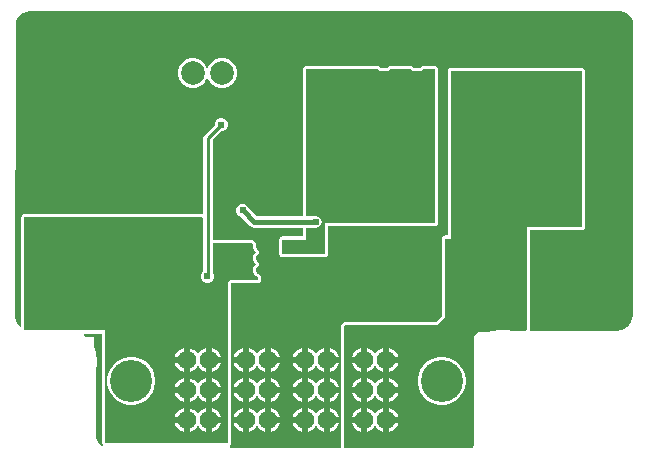
<source format=gbl>
G04*
G04 #@! TF.GenerationSoftware,Altium Limited,Altium Designer,23.5.1 (21)*
G04*
G04 Layer_Physical_Order=4*
G04 Layer_Color=16711680*
%FSLAX25Y25*%
%MOIN*%
G70*
G04*
G04 #@! TF.SameCoordinates,86227DCE-1063-40F1-909C-4B7B8863FCA1*
G04*
G04*
G04 #@! TF.FilePolarity,Positive*
G04*
G01*
G75*
%ADD13C,0.01000*%
%ADD41C,0.01800*%
%ADD43C,0.06142*%
%ADD44C,0.14016*%
%ADD45C,0.10000*%
%ADD46C,0.07874*%
%ADD47C,0.05000*%
%ADD48C,0.02400*%
%ADD49C,0.02800*%
G36*
X213900Y-140500D02*
X195500D01*
X195400Y-140400D01*
Y-174568D01*
X195046Y-174921D01*
X185203Y-174893D01*
X185150Y-174903D01*
X185097Y-174895D01*
X184570Y-174921D01*
X184423Y-174958D01*
X184272D01*
X183237Y-175164D01*
X183051Y-175241D01*
X182854Y-175280D01*
X182564Y-175400D01*
X179207D01*
X177832Y-176775D01*
Y-181569D01*
X177803Y-181688D01*
X177777Y-182216D01*
X177784Y-182268D01*
X177774Y-182320D01*
X177831Y-212947D01*
X177832Y-212954D01*
Y-213068D01*
X177790Y-213288D01*
X177706Y-213494D01*
X177584Y-213679D01*
X177427Y-213837D01*
X177243Y-213961D01*
X177038Y-214046D01*
X176821Y-214090D01*
X176714D01*
X134700Y-214001D01*
Y-181100D01*
X134509Y-173558D01*
X134858Y-173200D01*
X165700D01*
X168200Y-170700D01*
Y-144239D01*
X170100D01*
Y-88400D01*
X178166D01*
X178539Y-88500D01*
X179461D01*
X179834Y-88400D01*
X188166D01*
X188539Y-88500D01*
X189461D01*
X189834Y-88400D01*
X213900D01*
Y-140500D01*
D02*
G37*
G36*
X126573Y-68539D02*
X126574Y-68539D01*
X126575Y-68539D01*
X226461Y-68539D01*
X226900D01*
X227760Y-68711D01*
X228570Y-69046D01*
X229298Y-69533D01*
X229919Y-70153D01*
X230405Y-70882D01*
X230741Y-71692D01*
X230912Y-72552D01*
Y-72989D01*
X230882Y-169266D01*
X230882Y-169266D01*
X230882Y-169266D01*
Y-169832D01*
X230661Y-170941D01*
X230228Y-171986D01*
X229600Y-172927D01*
X228800Y-173726D01*
X227859Y-174355D01*
X226814Y-174788D01*
X225705Y-175008D01*
X225142D01*
X196829Y-174927D01*
X196425Y-174575D01*
X196420Y-174568D01*
Y-141520D01*
X213900D01*
X214290Y-141442D01*
X214621Y-141221D01*
X214842Y-140890D01*
X214920Y-140500D01*
Y-88400D01*
X214842Y-88010D01*
X214621Y-87679D01*
X214290Y-87458D01*
X213900Y-87380D01*
X189834D01*
X189703Y-87406D01*
X189570Y-87415D01*
X189327Y-87480D01*
X188673D01*
X188430Y-87415D01*
X188297Y-87406D01*
X188166Y-87380D01*
X179834D01*
X179703Y-87406D01*
X179570Y-87415D01*
X179326Y-87480D01*
X178674D01*
X178430Y-87415D01*
X178297Y-87406D01*
X178166Y-87380D01*
X170100D01*
X169710Y-87458D01*
X169379Y-87679D01*
X169158Y-88010D01*
X169080Y-88400D01*
Y-143220D01*
X168200D01*
X167810Y-143297D01*
X167479Y-143518D01*
X167258Y-143849D01*
X167180Y-144239D01*
Y-170278D01*
X165278Y-172180D01*
X134858D01*
X134852Y-172182D01*
X134845Y-172180D01*
X134657Y-172221D01*
X134468Y-172258D01*
X134462Y-172262D01*
X134456Y-172263D01*
X134297Y-172372D01*
X134137Y-172479D01*
X134134Y-172485D01*
X134128Y-172488D01*
X133779Y-172846D01*
X133775Y-172852D01*
X133770Y-172855D01*
X133667Y-173018D01*
X133562Y-173180D01*
X133561Y-173186D01*
X133557Y-173192D01*
X133525Y-173381D01*
X133490Y-173571D01*
X133491Y-173577D01*
X133490Y-173584D01*
X133680Y-181113D01*
Y-213645D01*
X133326Y-213999D01*
X96690Y-213921D01*
X96416Y-213458D01*
X96422Y-213421D01*
X96721Y-213221D01*
X96942Y-212890D01*
X97020Y-212500D01*
Y-159122D01*
X97022Y-159120D01*
X105800D01*
X106190Y-159042D01*
X106521Y-158821D01*
X106742Y-158490D01*
X106820Y-158100D01*
Y-157049D01*
X106742Y-156659D01*
X106521Y-156328D01*
X106190Y-156107D01*
X105859Y-155970D01*
X105471Y-155582D01*
X105261Y-155075D01*
Y-154525D01*
X105471Y-154018D01*
X105968Y-153521D01*
X106189Y-153190D01*
X106266Y-152800D01*
X106189Y-152410D01*
X105968Y-152079D01*
X105471Y-151582D01*
X105261Y-151075D01*
Y-150525D01*
X105471Y-150018D01*
X105968Y-149521D01*
X106189Y-149190D01*
X106266Y-148800D01*
X106189Y-148410D01*
X105968Y-148079D01*
X105471Y-147582D01*
X105261Y-147075D01*
Y-146331D01*
X105263Y-146316D01*
X105244Y-146218D01*
Y-146117D01*
X105206Y-146024D01*
X105186Y-145926D01*
X105130Y-145842D01*
X105092Y-145749D01*
X104814Y-145334D01*
X104743Y-145263D01*
X104687Y-145179D01*
X104604Y-145123D01*
X104532Y-145052D01*
X104440Y-145014D01*
X104356Y-144958D01*
X104258Y-144938D01*
X104165Y-144900D01*
X104065D01*
X103966Y-144880D01*
X90729D01*
Y-111334D01*
X93563Y-108500D01*
X94038D01*
X94846Y-108165D01*
X95465Y-107546D01*
X95800Y-106738D01*
Y-105862D01*
X95465Y-105054D01*
X94846Y-104435D01*
X94038Y-104100D01*
X93162D01*
X92354Y-104435D01*
X91735Y-105054D01*
X91400Y-105862D01*
Y-106337D01*
X88119Y-109619D01*
X87787Y-110115D01*
X87671Y-110700D01*
Y-135575D01*
X87319Y-135980D01*
X87315Y-135984D01*
X27998Y-136096D01*
X27804Y-136135D01*
X27610Y-136174D01*
X27609Y-136174D01*
X27608Y-136175D01*
X27445Y-136284D01*
X27279Y-136395D01*
X27279Y-136396D01*
X27278Y-136396D01*
X27168Y-136561D01*
X27058Y-136726D01*
X27058Y-136727D01*
X27057Y-136727D01*
X27019Y-136923D01*
X26980Y-137116D01*
Y-173372D01*
X26480Y-173580D01*
X26126Y-173225D01*
X25592Y-172426D01*
X25225Y-171539D01*
X25038Y-170597D01*
Y-170118D01*
X25074Y-73380D01*
X25074Y-73380D01*
X25074Y-73379D01*
Y-72892D01*
X25264Y-71938D01*
X25637Y-71038D01*
X26177Y-70229D01*
X26866Y-69541D01*
X27675Y-69000D01*
X28575Y-68627D01*
X29530Y-68437D01*
X30014D01*
X126573Y-68539D01*
D02*
G37*
G36*
X87671Y-137357D02*
Y-155118D01*
X87135Y-155654D01*
X86800Y-156462D01*
Y-157338D01*
X87135Y-158146D01*
X87754Y-158765D01*
X88562Y-159100D01*
X89438D01*
X90246Y-158765D01*
X90865Y-158146D01*
X91200Y-157338D01*
Y-156462D01*
X90865Y-155654D01*
X90729Y-155518D01*
Y-145900D01*
X103966D01*
X104244Y-146316D01*
X104241Y-146323D01*
Y-147277D01*
X104606Y-148160D01*
X105247Y-148800D01*
X104606Y-149441D01*
X104241Y-150323D01*
Y-151277D01*
X104606Y-152160D01*
X105247Y-152800D01*
X104606Y-153440D01*
X104241Y-154323D01*
Y-155277D01*
X104606Y-156159D01*
X105281Y-156835D01*
X105800Y-157049D01*
Y-158100D01*
X96600D01*
X96000Y-158700D01*
Y-212500D01*
X55200D01*
X54800Y-212100D01*
Y-174900D01*
X28968D01*
X28491Y-174805D01*
X28000Y-174602D01*
Y-137116D01*
X87317Y-137004D01*
X87671Y-137357D01*
D02*
G37*
G36*
X53780Y-212100D02*
X53858Y-212490D01*
X54079Y-212821D01*
X54257Y-212999D01*
X53974Y-213423D01*
X53964Y-213419D01*
X53365Y-213019D01*
X52856Y-212509D01*
X52455Y-211910D01*
X52180Y-211245D01*
X52039Y-210538D01*
Y-210177D01*
X52039Y-210177D01*
X52039Y-210177D01*
X52039Y-190220D01*
X52076Y-184290D01*
X52065Y-184233D01*
X52074Y-184177D01*
X52039Y-183458D01*
X52002Y-183312D01*
Y-183160D01*
X51722Y-181751D01*
X51645Y-181566D01*
X51606Y-181369D01*
X51100Y-180148D01*
Y-177000D01*
X48575D01*
X48491Y-176916D01*
X47748Y-176420D01*
X47900Y-175920D01*
X53780D01*
Y-212100D01*
D02*
G37*
%LPC*%
G36*
X147600Y-180754D02*
X147029Y-180907D01*
X146100Y-181442D01*
X145343Y-182200D01*
X145149Y-182535D01*
X144649D01*
X144456Y-182200D01*
X143698Y-181442D01*
X142770Y-180907D01*
X142198Y-180754D01*
Y-184700D01*
Y-188646D01*
X142770Y-188493D01*
X143698Y-187958D01*
X144456Y-187200D01*
X144649Y-186865D01*
X145149D01*
X145343Y-187200D01*
X146100Y-187958D01*
X147029Y-188493D01*
X147600Y-188646D01*
Y-184700D01*
Y-180754D01*
D02*
G37*
G36*
X149600D02*
Y-183700D01*
X152547D01*
X152393Y-183129D01*
X151857Y-182200D01*
X151100Y-181442D01*
X150171Y-180907D01*
X149600Y-180754D01*
D02*
G37*
G36*
X140198D02*
X139627Y-180907D01*
X138699Y-181442D01*
X137941Y-182200D01*
X137405Y-183129D01*
X137252Y-183700D01*
X140198D01*
Y-180754D01*
D02*
G37*
G36*
X152547Y-185700D02*
X149600D01*
Y-188646D01*
X150171Y-188493D01*
X151100Y-187958D01*
X151857Y-187200D01*
X152393Y-186271D01*
X152547Y-185700D01*
D02*
G37*
G36*
X140198D02*
X137252D01*
X137405Y-186271D01*
X137941Y-187200D01*
X138699Y-187958D01*
X139627Y-188493D01*
X140198Y-188646D01*
Y-185700D01*
D02*
G37*
G36*
X147600Y-190753D02*
X147029Y-190907D01*
X146100Y-191443D01*
X145343Y-192200D01*
X145149Y-192535D01*
X144649D01*
X144456Y-192200D01*
X143698Y-191443D01*
X142770Y-190907D01*
X142198Y-190753D01*
Y-194700D01*
Y-198646D01*
X142770Y-198493D01*
X143698Y-197958D01*
X144456Y-197200D01*
X144649Y-196865D01*
X145149D01*
X145343Y-197200D01*
X146100Y-197958D01*
X147029Y-198493D01*
X147600Y-198646D01*
Y-194700D01*
Y-190753D01*
D02*
G37*
G36*
X149600D02*
Y-193700D01*
X152547D01*
X152393Y-193129D01*
X151857Y-192200D01*
X151100Y-191443D01*
X150171Y-190907D01*
X149600Y-190753D01*
D02*
G37*
G36*
X140198D02*
X139627Y-190907D01*
X138699Y-191443D01*
X137941Y-192200D01*
X137405Y-193129D01*
X137252Y-193700D01*
X140198D01*
Y-190753D01*
D02*
G37*
G36*
X152547Y-195700D02*
X149600D01*
Y-198646D01*
X150171Y-198493D01*
X151100Y-197958D01*
X151857Y-197200D01*
X152393Y-196271D01*
X152547Y-195700D01*
D02*
G37*
G36*
X140198D02*
X137252D01*
X137405Y-196271D01*
X137941Y-197200D01*
X138699Y-197958D01*
X139627Y-198493D01*
X140198Y-198646D01*
Y-195700D01*
D02*
G37*
G36*
X167893Y-183700D02*
X166315D01*
X164768Y-184008D01*
X163311Y-184611D01*
X161999Y-185488D01*
X160884Y-186603D01*
X160007Y-187915D01*
X159404Y-189372D01*
X159096Y-190919D01*
Y-192497D01*
X159404Y-194044D01*
X160007Y-195501D01*
X160884Y-196813D01*
X161999Y-197928D01*
X163311Y-198804D01*
X164768Y-199408D01*
X166315Y-199716D01*
X167893D01*
X169440Y-199408D01*
X170897Y-198804D01*
X172209Y-197928D01*
X173324Y-196813D01*
X174200Y-195501D01*
X174804Y-194044D01*
X175112Y-192497D01*
Y-190919D01*
X174804Y-189372D01*
X174200Y-187915D01*
X173324Y-186603D01*
X172209Y-185488D01*
X170897Y-184611D01*
X169440Y-184008D01*
X167893Y-183700D01*
D02*
G37*
G36*
X147600Y-200753D02*
X147029Y-200907D01*
X146100Y-201443D01*
X145343Y-202200D01*
X145149Y-202535D01*
X144649D01*
X144456Y-202200D01*
X143698Y-201443D01*
X142770Y-200907D01*
X142198Y-200753D01*
Y-204700D01*
Y-208646D01*
X142770Y-208493D01*
X143698Y-207958D01*
X144456Y-207200D01*
X144649Y-206865D01*
X145149D01*
X145343Y-207200D01*
X146100Y-207958D01*
X147029Y-208493D01*
X147600Y-208646D01*
Y-204700D01*
Y-200753D01*
D02*
G37*
G36*
X149600D02*
Y-203700D01*
X152547D01*
X152393Y-203129D01*
X151857Y-202200D01*
X151100Y-201443D01*
X150171Y-200907D01*
X149600Y-200753D01*
D02*
G37*
G36*
X140198D02*
X139627Y-200907D01*
X138699Y-201443D01*
X137941Y-202200D01*
X137405Y-203129D01*
X137252Y-203700D01*
X140198D01*
Y-200753D01*
D02*
G37*
G36*
X152547Y-205700D02*
X149600D01*
Y-208646D01*
X150171Y-208493D01*
X151100Y-207958D01*
X151857Y-207200D01*
X152393Y-206271D01*
X152547Y-205700D01*
D02*
G37*
G36*
X140198D02*
X137252D01*
X137405Y-206271D01*
X137941Y-207200D01*
X138699Y-207958D01*
X139627Y-208493D01*
X140198Y-208646D01*
Y-205700D01*
D02*
G37*
G36*
X164759Y-86780D02*
X161150D01*
X161081Y-86794D01*
X161016Y-86790D01*
X160894Y-86831D01*
X160760Y-86858D01*
X160702Y-86896D01*
X160639Y-86918D01*
X159957Y-87311D01*
X159327Y-87480D01*
X158674D01*
X158043Y-87311D01*
X157361Y-86918D01*
X157298Y-86896D01*
X157240Y-86858D01*
X157106Y-86831D01*
X156984Y-86790D01*
X156919Y-86794D01*
X156850Y-86780D01*
X150150D01*
X150081Y-86794D01*
X150016Y-86790D01*
X149894Y-86831D01*
X149760Y-86858D01*
X149702Y-86896D01*
X149639Y-86918D01*
X148957Y-87311D01*
X148327Y-87480D01*
X147673D01*
X147043Y-87311D01*
X146361Y-86918D01*
X146298Y-86896D01*
X146240Y-86858D01*
X146106Y-86831D01*
X145984Y-86790D01*
X145919Y-86794D01*
X145850Y-86780D01*
X121865D01*
X121475Y-86858D01*
X121144Y-87079D01*
X120923Y-87410D01*
X120845Y-87800D01*
Y-136763D01*
X105402D01*
X102928Y-134288D01*
X102665Y-133654D01*
X102046Y-133035D01*
X101238Y-132700D01*
X100362D01*
X99554Y-133035D01*
X98935Y-133654D01*
X98600Y-134462D01*
Y-135338D01*
X98935Y-136146D01*
X99554Y-136765D01*
X100188Y-137028D01*
X103230Y-140070D01*
X103859Y-140490D01*
X104600Y-140637D01*
X120845D01*
Y-143561D01*
X114000D01*
X113610Y-143638D01*
X113279Y-143859D01*
X113058Y-144190D01*
X112980Y-144580D01*
Y-149475D01*
X113058Y-149865D01*
X113279Y-150196D01*
X113610Y-150417D01*
X114000Y-150495D01*
X128300Y-150495D01*
X128690Y-150417D01*
X129021Y-150196D01*
X129242Y-149865D01*
X129320Y-149475D01*
X129320Y-140120D01*
X164800D01*
X165190Y-140042D01*
X165521Y-139821D01*
X165742Y-139490D01*
X165820Y-139100D01*
Y-130438D01*
Y-129562D01*
Y-119438D01*
Y-118562D01*
Y-109438D01*
Y-108562D01*
Y-98438D01*
Y-97562D01*
Y-87900D01*
X165742Y-87510D01*
X165742Y-87510D01*
X165700Y-87410D01*
X165480Y-87079D01*
X165480Y-87079D01*
X165356Y-86997D01*
X165149Y-86858D01*
X165069Y-86842D01*
X164759Y-86780D01*
D02*
G37*
G36*
X94607Y-84063D02*
X93308D01*
X92052Y-84399D01*
X90926Y-85049D01*
X90007Y-85969D01*
X89357Y-87094D01*
X89286Y-87358D01*
X88786D01*
X88715Y-87094D01*
X88065Y-85969D01*
X87146Y-85049D01*
X86021Y-84399D01*
X84765Y-84063D01*
X83465D01*
X82209Y-84399D01*
X81084Y-85049D01*
X80164Y-85969D01*
X79514Y-87094D01*
X79178Y-88350D01*
Y-89650D01*
X79514Y-90906D01*
X80164Y-92031D01*
X81084Y-92951D01*
X82209Y-93601D01*
X83465Y-93937D01*
X84765D01*
X86021Y-93601D01*
X87146Y-92951D01*
X88065Y-92031D01*
X88715Y-90906D01*
X88786Y-90642D01*
X89286D01*
X89357Y-90906D01*
X90007Y-92031D01*
X90926Y-92951D01*
X92052Y-93601D01*
X93308Y-93937D01*
X94607D01*
X95863Y-93601D01*
X96989Y-92951D01*
X97908Y-92031D01*
X98558Y-90906D01*
X98895Y-89650D01*
Y-88350D01*
X98558Y-87094D01*
X97908Y-85969D01*
X96989Y-85049D01*
X95863Y-84399D01*
X94607Y-84063D01*
D02*
G37*
G36*
X127915Y-180754D02*
X127344Y-180907D01*
X126415Y-181442D01*
X125657Y-182200D01*
X125464Y-182535D01*
X124964D01*
X124771Y-182200D01*
X124013Y-181442D01*
X123085Y-180907D01*
X122513Y-180754D01*
Y-184700D01*
Y-188646D01*
X123085Y-188493D01*
X124013Y-187958D01*
X124771Y-187200D01*
X124964Y-186865D01*
X125464D01*
X125657Y-187200D01*
X126415Y-187958D01*
X127344Y-188493D01*
X127915Y-188646D01*
Y-184700D01*
Y-180754D01*
D02*
G37*
G36*
X108230D02*
X107659Y-180907D01*
X106730Y-181442D01*
X105972Y-182200D01*
X105779Y-182535D01*
X105279D01*
X105086Y-182200D01*
X104328Y-181442D01*
X103400Y-180907D01*
X102828Y-180754D01*
Y-184700D01*
Y-188646D01*
X103400Y-188493D01*
X104328Y-187958D01*
X105086Y-187200D01*
X105279Y-186865D01*
X105779D01*
X105972Y-187200D01*
X106730Y-187958D01*
X107659Y-188493D01*
X108230Y-188646D01*
Y-184700D01*
Y-180754D01*
D02*
G37*
G36*
X129915D02*
Y-183700D01*
X132861D01*
X132708Y-183129D01*
X132173Y-182200D01*
X131414Y-181442D01*
X130486Y-180907D01*
X129915Y-180754D01*
D02*
G37*
G36*
X120513D02*
X119942Y-180907D01*
X119014Y-181442D01*
X118256Y-182200D01*
X117720Y-183129D01*
X117567Y-183700D01*
X120513D01*
Y-180754D01*
D02*
G37*
G36*
X110230D02*
Y-183700D01*
X113176D01*
X113023Y-183129D01*
X112487Y-182200D01*
X111730Y-181442D01*
X110801Y-180907D01*
X110230Y-180754D01*
D02*
G37*
G36*
X100828D02*
X100257Y-180907D01*
X99329Y-181442D01*
X98571Y-182200D01*
X98035Y-183129D01*
X97882Y-183700D01*
X100828D01*
Y-180754D01*
D02*
G37*
G36*
X132861Y-185700D02*
X129915D01*
Y-188646D01*
X130486Y-188493D01*
X131414Y-187958D01*
X132173Y-187200D01*
X132708Y-186271D01*
X132861Y-185700D01*
D02*
G37*
G36*
X120513D02*
X117567D01*
X117720Y-186271D01*
X118256Y-187200D01*
X119014Y-187958D01*
X119942Y-188493D01*
X120513Y-188646D01*
Y-185700D01*
D02*
G37*
G36*
X113176D02*
X110230D01*
Y-188646D01*
X110801Y-188493D01*
X111730Y-187958D01*
X112487Y-187200D01*
X113023Y-186271D01*
X113176Y-185700D01*
D02*
G37*
G36*
X100828D02*
X97882D01*
X98035Y-186271D01*
X98571Y-187200D01*
X99329Y-187958D01*
X100257Y-188493D01*
X100828Y-188646D01*
Y-185700D01*
D02*
G37*
G36*
X127915Y-190753D02*
X127344Y-190907D01*
X126415Y-191443D01*
X125657Y-192200D01*
X125464Y-192535D01*
X124964D01*
X124771Y-192200D01*
X124013Y-191443D01*
X123085Y-190907D01*
X122513Y-190753D01*
Y-194700D01*
Y-198646D01*
X123085Y-198493D01*
X124013Y-197958D01*
X124771Y-197200D01*
X124964Y-196865D01*
X125464D01*
X125657Y-197200D01*
X126415Y-197958D01*
X127344Y-198493D01*
X127915Y-198646D01*
Y-194700D01*
Y-190753D01*
D02*
G37*
G36*
X108230D02*
X107659Y-190907D01*
X106730Y-191443D01*
X105972Y-192200D01*
X105779Y-192535D01*
X105279D01*
X105086Y-192200D01*
X104328Y-191443D01*
X103400Y-190907D01*
X102828Y-190753D01*
Y-194700D01*
Y-198646D01*
X103400Y-198493D01*
X104328Y-197958D01*
X105086Y-197200D01*
X105279Y-196865D01*
X105779D01*
X105972Y-197200D01*
X106730Y-197958D01*
X107659Y-198493D01*
X108230Y-198646D01*
Y-194700D01*
Y-190753D01*
D02*
G37*
G36*
X129915D02*
Y-193700D01*
X132861D01*
X132708Y-193129D01*
X132173Y-192200D01*
X131414Y-191443D01*
X130486Y-190907D01*
X129915Y-190753D01*
D02*
G37*
G36*
X120513D02*
X119942Y-190907D01*
X119014Y-191443D01*
X118256Y-192200D01*
X117720Y-193129D01*
X117567Y-193700D01*
X120513D01*
Y-190753D01*
D02*
G37*
G36*
X110230D02*
Y-193700D01*
X113176D01*
X113023Y-193129D01*
X112487Y-192200D01*
X111730Y-191443D01*
X110801Y-190907D01*
X110230Y-190753D01*
D02*
G37*
G36*
X100828D02*
X100257Y-190907D01*
X99329Y-191443D01*
X98571Y-192200D01*
X98035Y-193129D01*
X97882Y-193700D01*
X100828D01*
Y-190753D01*
D02*
G37*
G36*
X132861Y-195700D02*
X129915D01*
Y-198646D01*
X130486Y-198493D01*
X131414Y-197958D01*
X132173Y-197200D01*
X132708Y-196271D01*
X132861Y-195700D01*
D02*
G37*
G36*
X120513D02*
X117567D01*
X117720Y-196271D01*
X118256Y-197200D01*
X119014Y-197958D01*
X119942Y-198493D01*
X120513Y-198646D01*
Y-195700D01*
D02*
G37*
G36*
X113176D02*
X110230D01*
Y-198646D01*
X110801Y-198493D01*
X111730Y-197958D01*
X112487Y-197200D01*
X113023Y-196271D01*
X113176Y-195700D01*
D02*
G37*
G36*
X100828D02*
X97882D01*
X98035Y-196271D01*
X98571Y-197200D01*
X99329Y-197958D01*
X100257Y-198493D01*
X100828Y-198646D01*
Y-195700D01*
D02*
G37*
G36*
X127915Y-200753D02*
X127344Y-200907D01*
X126415Y-201443D01*
X125657Y-202200D01*
X125464Y-202535D01*
X124964D01*
X124771Y-202200D01*
X124013Y-201443D01*
X123085Y-200907D01*
X122513Y-200753D01*
Y-204700D01*
Y-208646D01*
X123085Y-208493D01*
X124013Y-207958D01*
X124771Y-207200D01*
X124964Y-206865D01*
X125464D01*
X125657Y-207200D01*
X126415Y-207958D01*
X127344Y-208493D01*
X127915Y-208646D01*
Y-204700D01*
Y-200753D01*
D02*
G37*
G36*
X108230D02*
X107659Y-200907D01*
X106730Y-201443D01*
X105972Y-202200D01*
X105779Y-202535D01*
X105279D01*
X105086Y-202200D01*
X104328Y-201443D01*
X103400Y-200907D01*
X102828Y-200753D01*
Y-204700D01*
Y-208646D01*
X103400Y-208493D01*
X104328Y-207958D01*
X105086Y-207200D01*
X105279Y-206865D01*
X105779D01*
X105972Y-207200D01*
X106730Y-207958D01*
X107659Y-208493D01*
X108230Y-208646D01*
Y-204700D01*
Y-200753D01*
D02*
G37*
G36*
X129915D02*
Y-203700D01*
X132861D01*
X132708Y-203129D01*
X132173Y-202200D01*
X131414Y-201443D01*
X130486Y-200907D01*
X129915Y-200753D01*
D02*
G37*
G36*
X120513D02*
X119942Y-200907D01*
X119014Y-201443D01*
X118256Y-202200D01*
X117720Y-203129D01*
X117567Y-203700D01*
X120513D01*
Y-200753D01*
D02*
G37*
G36*
X110230D02*
Y-203700D01*
X113176D01*
X113023Y-203129D01*
X112487Y-202200D01*
X111730Y-201443D01*
X110801Y-200907D01*
X110230Y-200753D01*
D02*
G37*
G36*
X100828D02*
X100257Y-200907D01*
X99329Y-201443D01*
X98571Y-202200D01*
X98035Y-203129D01*
X97882Y-203700D01*
X100828D01*
Y-200753D01*
D02*
G37*
G36*
X132861Y-205700D02*
X129915D01*
Y-208646D01*
X130486Y-208493D01*
X131414Y-207958D01*
X132173Y-207200D01*
X132708Y-206271D01*
X132861Y-205700D01*
D02*
G37*
G36*
X120513D02*
X117567D01*
X117720Y-206271D01*
X118256Y-207200D01*
X119014Y-207958D01*
X119942Y-208493D01*
X120513Y-208646D01*
Y-205700D01*
D02*
G37*
G36*
X113176D02*
X110230D01*
Y-208646D01*
X110801Y-208493D01*
X111730Y-207958D01*
X112487Y-207200D01*
X113023Y-206271D01*
X113176Y-205700D01*
D02*
G37*
G36*
X100828D02*
X97882D01*
X98035Y-206271D01*
X98571Y-207200D01*
X99329Y-207958D01*
X100257Y-208493D01*
X100828Y-208646D01*
Y-205700D01*
D02*
G37*
%LPD*%
G36*
X164800Y-87900D02*
Y-97562D01*
Y-98438D01*
Y-108562D01*
Y-109438D01*
Y-118562D01*
Y-119438D01*
Y-129562D01*
Y-130438D01*
Y-139100D01*
X128300D01*
X128300Y-149475D01*
X114000Y-149475D01*
Y-144580D01*
X121865D01*
Y-140637D01*
X125238D01*
X125979Y-140490D01*
X126607Y-140070D01*
X127027Y-139441D01*
X127175Y-138700D01*
X127027Y-137959D01*
X126607Y-137330D01*
X125979Y-136910D01*
X125238Y-136763D01*
X121865D01*
Y-87800D01*
X145850D01*
X145851Y-87801D01*
X146649Y-88261D01*
X147539Y-88500D01*
X148461D01*
X149351Y-88261D01*
X150149Y-87801D01*
X150150Y-87800D01*
X156850D01*
X156851Y-87801D01*
X157649Y-88261D01*
X158539Y-88500D01*
X159461D01*
X160351Y-88261D01*
X161149Y-87801D01*
X161150Y-87800D01*
X164759D01*
X164800Y-87900D01*
D02*
G37*
%LPC*%
G36*
X88545Y-180754D02*
X87974Y-180907D01*
X87045Y-181442D01*
X86287Y-182200D01*
X86094Y-182535D01*
X85594D01*
X85401Y-182200D01*
X84643Y-181442D01*
X83715Y-180907D01*
X83143Y-180754D01*
Y-184700D01*
Y-188646D01*
X83715Y-188493D01*
X84643Y-187958D01*
X85401Y-187200D01*
X85594Y-186865D01*
X86094D01*
X86287Y-187200D01*
X87045Y-187958D01*
X87974Y-188493D01*
X88545Y-188646D01*
Y-184700D01*
Y-180754D01*
D02*
G37*
G36*
X90545D02*
Y-183700D01*
X93491D01*
X93338Y-183129D01*
X92802Y-182200D01*
X92044Y-181442D01*
X91116Y-180907D01*
X90545Y-180754D01*
D02*
G37*
G36*
X81143D02*
X80572Y-180907D01*
X79644Y-181442D01*
X78886Y-182200D01*
X78350Y-183129D01*
X78197Y-183700D01*
X81143D01*
Y-180754D01*
D02*
G37*
G36*
X93491Y-185700D02*
X90545D01*
Y-188646D01*
X91116Y-188493D01*
X92044Y-187958D01*
X92802Y-187200D01*
X93338Y-186271D01*
X93491Y-185700D01*
D02*
G37*
G36*
X81143D02*
X78197D01*
X78350Y-186271D01*
X78886Y-187200D01*
X79644Y-187958D01*
X80572Y-188493D01*
X81143Y-188646D01*
Y-185700D01*
D02*
G37*
G36*
X88545Y-190753D02*
X87974Y-190907D01*
X87045Y-191443D01*
X86287Y-192200D01*
X86094Y-192535D01*
X85594D01*
X85401Y-192200D01*
X84643Y-191443D01*
X83715Y-190907D01*
X83143Y-190753D01*
Y-194700D01*
Y-198646D01*
X83715Y-198493D01*
X84643Y-197958D01*
X85401Y-197200D01*
X85594Y-196865D01*
X86094D01*
X86287Y-197200D01*
X87045Y-197958D01*
X87974Y-198493D01*
X88545Y-198646D01*
Y-194700D01*
Y-190753D01*
D02*
G37*
G36*
X90545D02*
Y-193700D01*
X93491D01*
X93338Y-193129D01*
X92802Y-192200D01*
X92044Y-191443D01*
X91116Y-190907D01*
X90545Y-190753D01*
D02*
G37*
G36*
X81143D02*
X80572Y-190907D01*
X79644Y-191443D01*
X78886Y-192200D01*
X78350Y-193129D01*
X78197Y-193700D01*
X81143D01*
Y-190753D01*
D02*
G37*
G36*
X93491Y-195700D02*
X90545D01*
Y-198646D01*
X91116Y-198493D01*
X92044Y-197958D01*
X92802Y-197200D01*
X93338Y-196271D01*
X93491Y-195700D01*
D02*
G37*
G36*
X81143D02*
X78197D01*
X78350Y-196271D01*
X78886Y-197200D01*
X79644Y-197958D01*
X80572Y-198493D01*
X81143Y-198646D01*
Y-195700D01*
D02*
G37*
G36*
X64428Y-183700D02*
X62851D01*
X61304Y-184008D01*
X59846Y-184611D01*
X58535Y-185488D01*
X57419Y-186603D01*
X56543Y-187915D01*
X55939Y-189372D01*
X55632Y-190919D01*
Y-192497D01*
X55939Y-194044D01*
X56543Y-195501D01*
X57419Y-196813D01*
X58535Y-197928D01*
X59846Y-198804D01*
X61304Y-199408D01*
X62851Y-199716D01*
X64428D01*
X65975Y-199408D01*
X67432Y-198804D01*
X68744Y-197928D01*
X69859Y-196813D01*
X70736Y-195501D01*
X71339Y-194044D01*
X71647Y-192497D01*
Y-190919D01*
X71339Y-189372D01*
X70736Y-187915D01*
X69859Y-186603D01*
X68744Y-185488D01*
X67432Y-184611D01*
X65975Y-184008D01*
X64428Y-183700D01*
D02*
G37*
G36*
X88545Y-200753D02*
X87974Y-200907D01*
X87045Y-201443D01*
X86287Y-202200D01*
X86094Y-202535D01*
X85594D01*
X85401Y-202200D01*
X84643Y-201443D01*
X83715Y-200907D01*
X83143Y-200753D01*
Y-204700D01*
Y-208646D01*
X83715Y-208493D01*
X84643Y-207958D01*
X85401Y-207200D01*
X85594Y-206865D01*
X86094D01*
X86287Y-207200D01*
X87045Y-207958D01*
X87974Y-208493D01*
X88545Y-208646D01*
Y-204700D01*
Y-200753D01*
D02*
G37*
G36*
X90545D02*
Y-203700D01*
X93491D01*
X93338Y-203129D01*
X92802Y-202200D01*
X92044Y-201443D01*
X91116Y-200907D01*
X90545Y-200753D01*
D02*
G37*
G36*
X81143D02*
X80572Y-200907D01*
X79644Y-201443D01*
X78886Y-202200D01*
X78350Y-203129D01*
X78197Y-203700D01*
X81143D01*
Y-200753D01*
D02*
G37*
G36*
X93491Y-205700D02*
X90545D01*
Y-208646D01*
X91116Y-208493D01*
X92044Y-207958D01*
X92802Y-207200D01*
X93338Y-206271D01*
X93491Y-205700D01*
D02*
G37*
G36*
X81143D02*
X78197D01*
X78350Y-206271D01*
X78886Y-207200D01*
X79644Y-207958D01*
X80572Y-208493D01*
X81143Y-208646D01*
Y-205700D01*
D02*
G37*
%LPD*%
D13*
X89200Y-156900D02*
Y-110700D01*
X93600Y-106300D01*
D41*
X100800Y-134900D02*
X104600Y-138700D01*
X125238D01*
D43*
X101828Y-184700D02*
D03*
X109230D02*
D03*
X101828Y-194700D02*
D03*
X109230D02*
D03*
X101828Y-204700D02*
D03*
X109230D02*
D03*
X121513Y-184700D02*
D03*
X128915D02*
D03*
X121513Y-194700D02*
D03*
X128915D02*
D03*
X121513Y-204700D02*
D03*
X128915D02*
D03*
X141198Y-184700D02*
D03*
X148600D02*
D03*
X141198Y-194700D02*
D03*
X148600D02*
D03*
X141198Y-204700D02*
D03*
X148600D02*
D03*
X82143Y-184700D02*
D03*
X89545D02*
D03*
X82143Y-194700D02*
D03*
X89545D02*
D03*
X82143Y-204700D02*
D03*
X89545D02*
D03*
D44*
X63639Y-191708D02*
D03*
X167104D02*
D03*
D45*
X44300Y-168500D02*
D03*
X186300Y-144600D02*
D03*
X104700Y-110900D02*
D03*
D46*
X103800Y-89000D02*
D03*
X93958D02*
D03*
X84115D02*
D03*
D47*
X136600Y-94700D02*
D03*
X191600Y-170600D02*
D03*
X202500Y-170400D02*
D03*
X202600Y-158100D02*
D03*
X202500Y-147500D02*
D03*
X223200Y-170300D02*
D03*
X213900Y-170600D02*
D03*
X223700Y-158300D02*
D03*
X213900Y-158400D02*
D03*
X213500Y-147200D02*
D03*
X223000Y-147400D02*
D03*
X85200Y-118000D02*
D03*
X31500Y-153300D02*
D03*
X78000Y-154000D02*
D03*
X44700Y-154100D02*
D03*
X118000Y-211000D02*
D03*
X111000D02*
D03*
X184900Y-165200D02*
D03*
X175800Y-149900D02*
D03*
X201000Y-102000D02*
D03*
X157000Y-184000D02*
D03*
X201000Y-136000D02*
D03*
Y-125000D02*
D03*
X191700Y-153400D02*
D03*
X143000Y-177000D02*
D03*
X161000D02*
D03*
X172000Y-175000D02*
D03*
X174000Y-203000D02*
D03*
X168000Y-209000D02*
D03*
X159000D02*
D03*
X186000Y-134000D02*
D03*
X174000D02*
D03*
X185000Y-93000D02*
D03*
X174000D02*
D03*
Y-107000D02*
D03*
Y-123000D02*
D03*
X138000Y-135000D02*
D03*
X149000Y-98000D02*
D03*
X157000Y-97000D02*
D03*
X144328Y-127935D02*
D03*
X158000Y-125000D02*
D03*
X127700Y-113600D02*
D03*
X128000Y-106000D02*
D03*
X117000Y-109000D02*
D03*
X100354Y-121540D02*
D03*
X104000Y-128000D02*
D03*
X131000Y-81000D02*
D03*
X189000Y-85000D02*
D03*
X179000D02*
D03*
X168000D02*
D03*
X159000D02*
D03*
X148000D02*
D03*
X112000Y-97000D02*
D03*
X116947Y-87402D02*
D03*
X110000Y-81000D02*
D03*
X71000Y-118000D02*
D03*
X77000Y-108000D02*
D03*
X67000Y-94000D02*
D03*
X55000D02*
D03*
X43000D02*
D03*
X67000Y-82000D02*
D03*
X55000D02*
D03*
X128500Y-94500D02*
D03*
X43000Y-82000D02*
D03*
X73000Y-185500D02*
D03*
X72500Y-205500D02*
D03*
X61000Y-205000D02*
D03*
X87500Y-166200D02*
D03*
X61700Y-154300D02*
D03*
X34400Y-165900D02*
D03*
X70300Y-166100D02*
D03*
X53600Y-166000D02*
D03*
D48*
X100800Y-134900D02*
D03*
X89000Y-156900D02*
D03*
X125238Y-138700D02*
D03*
X167000Y-130000D02*
D03*
Y-119000D02*
D03*
Y-109000D02*
D03*
Y-98000D02*
D03*
X93600Y-106300D02*
D03*
D49*
X106641Y-146800D02*
D03*
X111531D02*
D03*
X106641Y-150800D02*
D03*
X111531D02*
D03*
X106641Y-154800D02*
D03*
X111531D02*
D03*
M02*

</source>
